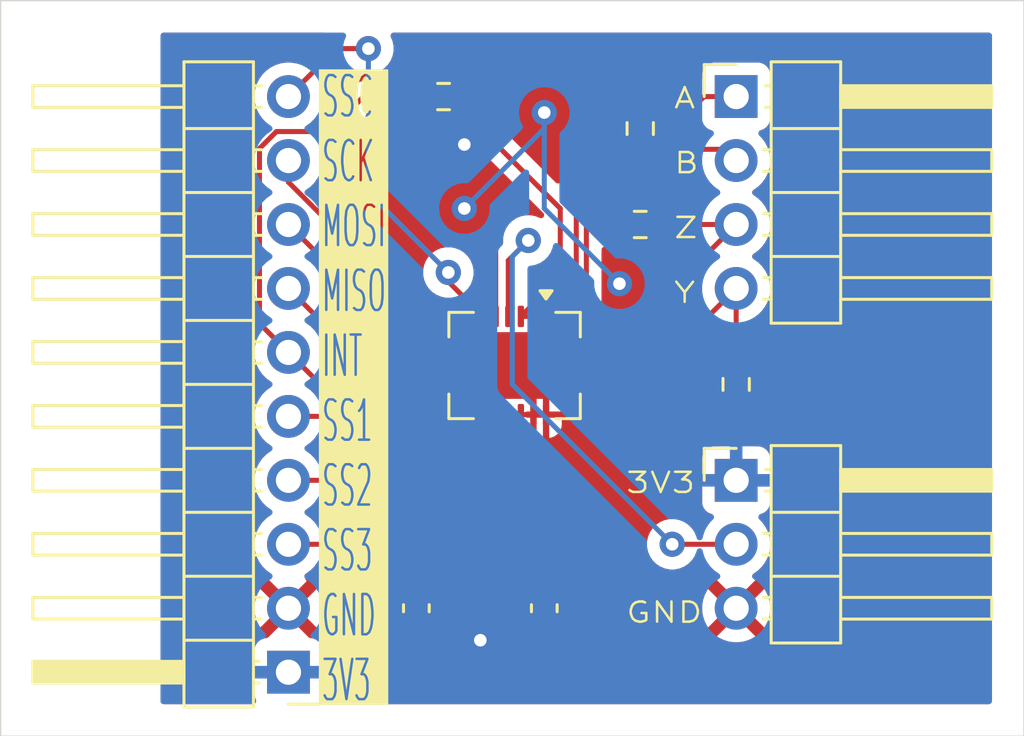
<source format=kicad_pcb>
(kicad_pcb (version 20241229) (generator "pcbnew") (generator_version "9.0")
  (layers (0 "F.Cu" signal) (2 "B.Cu" signal) (13 "F.Paste" user) (15 "B.Paste" user) (5 "F.SilkS" user "F.Silkscreen") (7 "B.SilkS" user "B.Silkscreen") (1 "F.Mask" user) (3 "B.Mask" user) (25 "Edge.Cuts" user))
  (net 0 "")
  (net 1 "GND")
  (net 2 "+3V3")
  (net 3 "REMOTE")
  (net 4 "SSC")
  (net 5 "MISO")
  (net 6 "SCK")
  (net 7 "INT")
  (net 8 "SS1")
  (net 9 "SS3")
  (net 10 "SS2")
  (net 11 "MOSI")
  (net 12 "Y")
  (net 13 "A")
  (net 14 "B")
  (net 15 "Z")
  (footprint "Connector_PinHeader_2.54mm:PinHeader_1x10_P2.54mm_Horizontal" (layer "F.Cu") (at 99.06 50.8 180)
    (property "Reference" "J2" (hide yes))
    (property "Value" "Conn_01x10_Pin" (hide yes))
    (fp_line (start 10.15 23.29) (end 4.15 23.29) (stroke (width 0.12)) (layer "F.SilkS"))
    (fp_line (start 10.15 22.43) (end 10.15 23.29) (stroke (width 0.12)) (layer "F.SilkS"))
    (fp_line (start 10.15 20.75) (end 4.15 20.75) (stroke (width 0.12)) (layer "F.SilkS"))
    (fp_line (start 10.15 19.89) (end 10.15 20.75) (stroke (width 0.12)) (layer "F.SilkS"))
    (fp_line (start 10.15 18.21) (end 4.15 18.21) (stroke (width 0.12)) (layer "F.SilkS"))
    (fp_line (start 10.15 17.35) (end 10.15 18.21) (stroke (width 0.12)) (layer "F.SilkS"))
    (fp_line (start 10.15 15.67) (end 4.15 15.67) (stroke (width 0.12)) (layer "F.SilkS"))
    (fp_line (start 10.15 14.81) (end 10.15 15.67) (stroke (width 0.12)) (layer "F.SilkS"))
    (fp_line (start 10.15 13.13) (end 4.15 13.13) (stroke (width 0.12)) (layer "F.SilkS"))
    (fp_line (start 10.15 12.27) (end 10.15 13.13) (stroke (width 0.12)) (layer "F.SilkS"))
    (fp_line (start 10.15 10.59) (end 4.15 10.59) (stroke (width 0.12)) (layer "F.SilkS"))
    (fp_line (start 10.15 9.73) (end 10.15 10.59) (stroke (width 0.12)) (layer "F.SilkS"))
    (fp_line (start 10.15 8.05) (end 4.15 8.05) (stroke (width 0.12)) (layer "F.SilkS"))
    (fp_line (start 10.15 7.19) (end 10.15 8.05) (stroke (width 0.12)) (layer "F.SilkS"))
    (fp_line (start 10.15 5.51) (end 4.15 5.51) (stroke (width 0.12)) (layer "F.SilkS"))
    (fp_line (start 10.15 4.65) (end 10.15 5.51) (stroke (width 0.12)) (layer "F.SilkS"))
    (fp_line (start 10.15 2.97) (end 4.15 2.97) (stroke (width 0.12)) (layer "F.SilkS"))
    (fp_line (start 10.15 2.11) (end 10.15 2.97) (stroke (width 0.12)) (layer "F.SilkS"))
    (fp_line (start 4.15 24.24) (end 4.15 -1.38) (stroke (width 0.12)) (layer "F.SilkS"))
    (fp_line (start 4.15 22.43) (end 10.15 22.43) (stroke (width 0.12)) (layer "F.SilkS"))
    (fp_line (start 4.15 19.89) (end 10.15 19.89) (stroke (width 0.12)) (layer "F.SilkS"))
    (fp_line (start 4.15 17.35) (end 10.15 17.35) (stroke (width 0.12)) (layer "F.SilkS"))
    (fp_line (start 4.15 14.81) (end 10.15 14.81) (stroke (width 0.12)) (layer "F.SilkS"))
    (fp_line (start 4.15 12.27) (end 10.15 12.27) (stroke (width 0.12)) (layer "F.SilkS"))
    (fp_line (start 4.15 9.73) (end 10.15 9.73) (stroke (width 0.12)) (layer "F.SilkS"))
    (fp_line (start 4.15 7.19) (end 10.15 7.19) (stroke (width 0.12)) (layer "F.SilkS"))
    (fp_line (start 4.15 4.65) (end 10.15 4.65) (stroke (width 0.12)) (layer "F.SilkS"))
    (fp_line (start 4.15 2.11) (end 10.15 2.11) (stroke (width 0.12)) (layer "F.SilkS"))
    (fp_line (start 4.15 -1.38) (end 1.39 -1.38) (stroke (width 0.12)) (layer "F.SilkS"))
    (fp_line (start 1.39 24.24) (end 4.15 24.24) (stroke (width 0.12)) (layer "F.SilkS"))
    (fp_line (start 1.39 21.59) (end 4.15 21.59) (stroke (width 0.12)) (layer "F.SilkS"))
    (fp_line (start 1.39 19.05) (end 4.15 19.05) (stroke (width 0.12)) (layer "F.SilkS"))
    (fp_line (start 1.39 16.51) (end 4.15 16.51) (stroke (width 0.12)) (layer "F.SilkS"))
    (fp_line (start 1.39 13.97) (end 4.15 13.97) (stroke (width 0.12)) (layer "F.SilkS"))
    (fp_line (start 1.39 11.43) (end 4.15 11.43) (stroke (width 0.12)) (layer "F.SilkS"))
    (fp_line (start 1.39 8.89) (end 4.15 8.89) (stroke (width 0.12)) (layer "F.SilkS"))
    (fp_line (start 1.39 6.35) (end 4.15 6.35) (stroke (width 0.12)) (layer "F.SilkS"))
    (fp_line (start 1.39 3.81) (end 4.15 3.81) (stroke (width 0.12)) (layer "F.SilkS"))
    (fp_line (start 1.39 1.27) (end 4.15 1.27) (stroke (width 0.12)) (layer "F.SilkS"))
    (fp_line (start 1.39 -1.38) (end 1.39 24.24) (stroke (width 0.12)) (layer "F.SilkS"))
    (fp_line (start 1.16 0.43) (end 1.39 0.43) (stroke (width 0.12)) (layer "F.SilkS"))
    (fp_line (start 1.16 -0.43) (end 1.39 -0.43) (stroke (width 0.12)) (layer "F.SilkS"))
    (fp_line (start 1.077358 23.29) (end 1.39 23.29) (stroke (width 0.12)) (layer "F.SilkS"))
    (fp_line (start 1.077358 22.43) (end 1.39 22.43) (stroke (width 0.12)) (layer "F.SilkS"))
    (fp_line (start 1.077358 20.75) (end 1.39 20.75) (stroke (width 0.12)) (layer "F.SilkS"))
    (fp_line (start 1.077358 19.89) (end 1.39 19.89) (stroke (width 0.12)) (layer "F.SilkS"))
    (fp_line (start 1.077358 18.21) (end 1.39 18.21) (stroke (width 0.12)) (layer "F.SilkS"))
    (fp_line (start 1.077358 17.35) (end 1.39 17.35) (stroke (width 0.12)) (layer "F.SilkS"))
    (fp_line (start 1.077358 15.67) (end 1.39 15.67) (stroke (width 0.12)) (layer "F.SilkS"))
    (fp_line (start 1.077358 14.81) (end 1.39 14.81) (stroke (width 0.12)) (layer "F.SilkS"))
    (fp_line (start 1.077358 13.13) (end 1.39 13.13) (stroke (width 0.12)) (layer "F.SilkS"))
    (fp_line (start 1.077358 12.27) (end 1.39 12.27) (stroke (width 0.12)) (layer "F.SilkS"))
    (fp_line (start 1.077358 10.59) (end 1.39 10.59) (stroke (width 0.12)) (layer "F.SilkS"))
    (fp_line (start 1.077358 9.73) (end 1.39 9.73) (stroke (width 0.12)) (layer "F.SilkS"))
    (fp_line (start 1.077358 8.05) (end 1.39 8.05) (stroke (width 0.12)) (layer "F.SilkS"))
    (fp_line (start 1.077358 7.19) (end 1.39 7.19) (stroke (width 0.12)) (layer "F.SilkS"))
    (fp_line (start 1.077358 5.51) (end 1.39 5.51) (stroke (width 0.12)) (layer "F.SilkS"))
    (fp_line (start 1.077358 4.65) (end 1.39 4.65) (stroke (width 0.12)) (layer "F.SilkS"))
    (fp_line (start 1.077358 2.97) (end 1.39 2.97) (stroke (width 0.12)) (layer "F.SilkS"))
    (fp_line (start 1.077358 2.11) (end 1.39 2.11) (stroke (width 0.12)) (layer "F.SilkS"))
    (fp_line (start -1.27 0) (end -1.27 -1.27) (stroke (width 0.12)) (layer "F.SilkS"))
    (fp_line (start -1.27 -1.27) (end 0 -1.27) (stroke (width 0.12)) (layer "F.SilkS"))
    (fp_rect (start 4.15 -0.43) (end 10.15 0.43) (stroke (width 0.12)) (fill yes) (layer "F.SilkS"))
    (pad "1" thru_hole rect (at 0 0 180) (size 1.7 1.7) (drill 1) (layers "*.Cu" "*.Mask") (net 2 "+3V3"))
    (pad "2" thru_hole circle (at 0 2.54 180) (size 1.7 1.7) (drill 1) (layers "*.Cu" "*.Mask") (net 1 "GND"))
    (pad "3" thru_hole circle (at 0 5.08 180) (size 1.7 1.7) (drill 1) (layers "*.Cu" "*.Mask") (net 9 "SS3"))
    (pad "4" thru_hole circle (at 0 7.62 180) (size 1.7 1.7) (drill 1) (layers "*.Cu" "*.Mask") (net 10 "SS2"))
    (pad "5" thru_hole circle (at 0 10.16 180) (size 1.7 1.7) (drill 1) (layers "*.Cu" "*.Mask") (net 8 "SS1"))
    (pad "6" thru_hole circle (at 0 12.7 180) (size 1.7 1.7) (drill 1) (layers "*.Cu" "*.Mask") (net 7 "INT"))
    (pad "7" thru_hole circle (at 0 15.24 180) (size 1.7 1.7) (drill 1) (layers "*.Cu" "*.Mask") (net 5 "MISO"))
    (pad "8" thru_hole circle (at 0 17.78 180) (size 1.7 1.7) (drill 1) (layers "*.Cu" "*.Mask") (net 11 "MOSI"))
    (pad "9" thru_hole circle (at 0 20.32 180) (size 1.7 1.7) (drill 1) (layers "*.Cu" "*.Mask") (net 6 "SCK"))
    (pad "10" thru_hole circle (at 0 22.86 180) (size 1.7 1.7) (drill 1) (layers "*.Cu" "*.Mask") (net 4 "SSC"))
  )
  (footprint "Resistor_SMD:R_0603_1608Metric" (layer "F.Cu") (at 113.03 29.21 -90)
    (property "Reference" "R4" (hide yes))
    (property "Value" "110")
    (fp_line (start -0.237258 0.5225) (end 0.237258 0.5225) (stroke (width 0.12)) (layer "F.SilkS"))
    (fp_line (start -0.237258 -0.5225) (end 0.237258 -0.5225) (stroke (width 0.12)) (layer "F.SilkS"))
    (pad "1" smd roundrect (at -0.825 0 270) (size 0.8 0.95) (layers "F.Cu" "F.Mask" "F.Paste") (net 13 "A"))
    (pad "2" smd roundrect (at 0.825 0 270) (size 0.8 0.95) (layers "F.Cu" "F.Mask" "F.Paste") (net 14 "B"))
  )
  (footprint "Resistor_SMD:R_0603_1608Metric" (layer "F.Cu") (at 105.22 27.94 180)
    (property "Reference" "R1" (hide yes))
    (property "Value" "10k")
    (fp_line (start -0.237258 0.5225) (end 0.237258 0.5225) (stroke (width 0.12)) (layer "F.SilkS"))
    (fp_line (start -0.237258 -0.5225) (end 0.237258 -0.5225) (stroke (width 0.12)) (layer "F.SilkS"))
    (pad "1" smd roundrect (at -0.825 0 180) (size 0.8 0.95) (layers "F.Cu" "F.Mask" "F.Paste") (net 2 "+3V3"))
    (pad "2" smd roundrect (at 0.825 0 180) (size 0.8 0.95) (layers "F.Cu" "F.Mask" "F.Paste") (net 7 "INT"))
  )
  (footprint "Package_DFN_QFN:QFN-20-1EP_4x5mm_P0.5mm_EP2.65x3.65mm" (layer "F.Cu") (at 108.04 38.62 -90)
    (property "Reference" "U1" (hide yes))
    (property "Value" "~")
    (fp_line (start -2.11 2.61) (end -2.11 1.635) (stroke (width 0.12)) (layer "F.SilkS"))
    (fp_line (start -1.135 2.61) (end -2.11 2.61) (stroke (width 0.12)) (layer "F.SilkS"))
    (fp_line (start 2.11 2.61) (end 1.135 2.61) (stroke (width 0.12)) (layer "F.SilkS"))
    (fp_line (start 2.11 1.635) (end 2.11 2.61) (stroke (width 0.12)) (layer "F.SilkS"))
    (fp_line (start -2.11 -1.635) (end -2.11 -2.61) (stroke (width 0.12)) (layer "F.SilkS"))
    (fp_line (start -2.11 -2.61) (end -1.135 -2.61) (stroke (width 0.12)) (layer "F.SilkS"))
    (fp_line (start 1.135 -2.61) (end 2.11 -2.61) (stroke (width 0.12)) (layer "F.SilkS"))
    (fp_line (start 2.11 -2.61) (end 2.11 -1.635) (stroke (width 0.12)) (layer "F.SilkS"))
    (fp_poly (pts (xy -2.64 -1.25) (xy -2.97 -1.01) (xy -2.97 -1.49)) (stroke (width 0.12)) (fill yes) (layer "F.SilkS"))
    (pad "1" smd roundrect (at -1.95 -1.25 270) (size 0.85 0.25) (layers "F.Cu" "F.Mask" "F.Paste") (net 2 "+3V3"))
    (pad "2" smd roundrect (at -1.95 -0.75 270) (size 0.85 0.25) (layers "F.Cu" "F.Mask" "F.Paste") (net 2 "+3V3"))
    (pad "3" smd roundrect (at -1.95 -0.25 270) (size 0.85 0.25) (layers "F.Cu" "F.Mask" "F.Paste") (net 2 "+3V3"))
    (pad "4" smd roundrect (at -1.95 0.25 270) (size 0.85 0.25) (layers "F.Cu" "F.Mask" "F.Paste") (net 3 "REMOTE"))
    (pad "5" smd roundrect (at -1.95 0.75 270) (size 0.85 0.25) (layers "F.Cu" "F.Mask" "F.Paste") (net 1 "GND"))
    (pad "6" smd roundrect (at -1.95 1.25 270) (size 0.85 0.25) (layers "F.Cu" "F.Mask" "F.Paste") (net 4 "SSC"))
    (pad "7" smd roundrect (at -0.75 2.45 270) (size 0.25 0.85) (layers "F.Cu" "F.Mask" "F.Paste") (net 6 "SCK"))
    (pad "8" smd roundrect (at -0.25 2.45 270) (size 0.25 0.85) (layers "F.Cu" "F.Mask" "F.Paste") (net 11 "MOSI"))
    (pad "9" smd roundrect (at 0.25 2.45 270) (size 0.25 0.85) (layers "F.Cu" "F.Mask" "F.Paste") (net 5 "MISO"))
    (pad "10" smd roundrect (at 0.75 2.45 270) (size 0.25 0.85) (layers "F.Cu" "F.Mask" "F.Paste") (net 7 "INT"))
    (pad "11" smd roundrect (at 1.95 1.25 270) (size 0.85 0.25) (layers "F.Cu" "F.Mask" "F.Paste") (net 8 "SS1"))
    (pad "12" smd roundrect (at 1.95 0.75 270) (size 0.85 0.25) (layers "F.Cu" "F.Mask" "F.Paste") (net 10 "SS2"))
    (pad "13" smd roundrect (at 1.95 0.25 270) (size 0.85 0.25) (layers "F.Cu" "F.Mask" "F.Paste") (net 9 "SS3"))
    (pad "14" smd roundrect (at 1.95 -0.25 270) (size 0.85 0.25) (layers "F.Cu" "F.Mask" "F.Paste") (net 1 "GND"))
    (pad "15" smd roundrect (at 1.95 -0.75 270) (size 0.85 0.25) (layers "F.Cu" "F.Mask" "F.Paste") (net 1 "GND"))
    (pad "16" smd roundrect (at 1.95 -1.25 270) (size 0.85 0.25) (layers "F.Cu" "F.Mask" "F.Paste") (net 1 "GND"))
    (pad "17" smd roundrect (at 0.75 -2.45 270) (size 0.25 0.85) (layers "F.Cu" "F.Mask" "F.Paste") (net 12 "Y"))
    (pad "18" smd roundrect (at 0.25 -2.45 270) (size 0.25 0.85) (layers "F.Cu" "F.Mask" "F.Paste") (net 15 "Z"))
    (pad "19" smd roundrect (at -0.25 -2.45 270) (size 0.25 0.85) (layers "F.Cu" "F.Mask" "F.Paste") (net 14 "B"))
    (pad "20" smd roundrect (at -0.75 -2.45 270) (size 0.25 0.85) (layers "F.Cu" "F.Mask" "F.Paste") (net 13 "A"))
    (pad "21" smd rect (at 0 0 270) (size 2.65 3.65) (property pad_prop_heatsink) (layers "F.Cu" "F.Mask") (net 1 "GND"))
  )
  (footprint "Resistor_SMD:R_0603_1608Metric" (layer "F.Cu") (at 113.03 33.02 180)
    (property "Reference" "R3" (hide yes))
    (property "Value" "620")
    (fp_line (start -0.237258 0.5225) (end 0.237258 0.5225) (stroke (width 0.12)) (layer "F.SilkS"))
    (fp_line (start -0.237258 -0.5225) (end 0.237258 -0.5225) (stroke (width 0.12)) (layer "F.SilkS"))
    (pad "1" smd roundrect (at -0.825 0 180) (size 0.8 0.95) (layers "F.Cu" "F.Mask" "F.Paste") (net 15 "Z"))
    (pad "2" smd roundrect (at 0.825 0 180) (size 0.8 0.95) (layers "F.Cu" "F.Mask" "F.Paste") (net 1 "GND"))
  )
  (footprint "Capacitor_SMD:C_0603_1608Metric" (layer "F.Cu") (at 109.22 48.26 90)
    (property "Reference" "C2" (hide yes))
    (property "Value" "4u7")
    (fp_line (start -0.14058 -0.51) (end 0.14058 -0.51) (stroke (width 0.12)) (layer "F.SilkS"))
    (fp_line (start -0.14058 0.51) (end 0.14058 0.51) (stroke (width 0.12)) (layer "F.SilkS"))
    (pad "1" smd roundrect (at -0.775 0 90) (size 0.9 0.95) (layers "F.Cu" "F.Mask" "F.Paste") (net 2 "+3V3"))
    (pad "2" smd roundrect (at 0.775 0 90) (size 0.9 0.95) (layers "F.Cu" "F.Mask" "F.Paste") (net 1 "GND"))
  )
  (footprint "Connector_PinHeader_2.54mm:PinHeader_1x04_P2.54mm_Horizontal" (layer "F.Cu") (at 116.84 27.94)
    (property "Reference" "J3" (hide yes))
    (property "Value" "Conn_01x04_Pin" (hide yes))
    (fp_line (start -1.27 -1.27) (end 0 -1.27) (stroke (width 0.12)) (layer "F.SilkS"))
    (fp_line (start -1.27 0) (end -1.27 -1.27) (stroke (width 0.12)) (layer "F.SilkS"))
    (fp_line (start 1.077358 2.11) (end 1.39 2.11) (stroke (width 0.12)) (layer "F.SilkS"))
    (fp_line (start 1.077358 2.97) (end 1.39 2.97) (stroke (width 0.12)) (layer "F.SilkS"))
    (fp_line (start 1.077358 4.65) (end 1.39 4.65) (stroke (width 0.12)) (layer "F.SilkS"))
    (fp_line (start 1.077358 5.51) (end 1.39 5.51) (stroke (width 0.12)) (layer "F.SilkS"))
    (fp_line (start 1.077358 7.19) (end 1.39 7.19) (stroke (width 0.12)) (layer "F.SilkS"))
    (fp_line (start 1.077358 8.05) (end 1.39 8.05) (stroke (width 0.12)) (layer "F.SilkS"))
    (fp_line (start 1.16 -0.43) (end 1.39 -0.43) (stroke (width 0.12)) (layer "F.SilkS"))
    (fp_line (start 1.16 0.43) (end 1.39 0.43) (stroke (width 0.12)) (layer "F.SilkS"))
    (fp_line (start 1.39 -1.38) (end 1.39 9) (stroke (width 0.12)) (layer "F.SilkS"))
    (fp_line (start 1.39 1.27) (end 4.15 1.27) (stroke (width 0.12)) (layer "F.SilkS"))
    (fp_line (start 1.39 3.81) (end 4.15 3.81) (stroke (width 0.12)) (layer "F.SilkS"))
    (fp_line (start 1.39 6.35) (end 4.15 6.35) (stroke (width 0.12)) (layer "F.SilkS"))
    (fp_line (start 1.39 9) (end 4.15 9) (stroke (width 0.12)) (layer "F.SilkS"))
    (fp_line (start 4.15 -1.38) (end 1.39 -1.38) (stroke (width 0.12)) (layer "F.SilkS"))
    (fp_line (start 4.15 2.11) (end 10.15 2.11) (stroke (width 0.12)) (layer "F.SilkS"))
    (fp_line (start 4.15 4.65) (end 10.15 4.65) (stroke (width 0.12)) (layer "F.SilkS"))
    (fp_line (start 4.15 7.19) (end 10.15 7.19) (stroke (width 0.12)) (layer "F.SilkS"))
    (fp_line (start 4.15 9) (end 4.15 -1.38) (stroke (width 0.12)) (layer "F.SilkS"))
    (fp_line (start 10.15 2.11) (end 10.15 2.97) (stroke (width 0.12)) (layer "F.SilkS"))
    (fp_line (start 10.15 2.97) (end 4.15 2.97) (stroke (width 0.12)) (layer "F.SilkS"))
    (fp_line (start 10.15 4.65) (end 10.15 5.51) (stroke (width 0.12)) (layer "F.SilkS"))
    (fp_line (start 10.15 5.51) (end 4.15 5.51) (stroke (width 0.12)) (layer "F.SilkS"))
    (fp_line (start 10.15 7.19) (end 10.15 8.05) (stroke (width 0.12)) (layer "F.SilkS"))
    (fp_line (start 10.15 8.05) (end 4.15 8.05) (stroke (width 0.12)) (layer "F.SilkS"))
    (fp_rect (start 4.15 -0.43) (end 10.15 0.43) (stroke (width 0.12)) (fill yes) (layer "F.SilkS"))
    (pad "1" thru_hole rect (at 0 0) (size 1.7 1.7) (drill 1) (layers "*.Cu" "*.Mask") (net 13 "A"))
    (pad "2" thru_hole circle (at 0 2.54) (size 1.7 1.7) (drill 1) (layers "*.Cu" "*.Mask") (net 14 "B"))
    (pad "3" thru_hole circle (at 0 5.08) (size 1.7 1.7) (drill 1) (layers "*.Cu" "*.Mask") (net 15 "Z"))
    (pad "4" thru_hole circle (at 0 7.62) (size 1.7 1.7) (drill 1) (layers "*.Cu" "*.Mask") (net 12 "Y"))
  )
  (footprint "Resistor_SMD:R_0603_1608Metric" (layer "F.Cu") (at 116.84 39.37 90)
    (property "Reference" "R2" (hide yes))
    (property "Value" "620")
    (fp_line (start -0.237258 -0.5225) (end 0.237258 -0.5225) (stroke (width 0.12)) (layer "F.SilkS"))
    (fp_line (start -0.237258 0.5225) (end 0.237258 0.5225) (stroke (width 0.12)) (layer "F.SilkS"))
    (pad "1" smd roundrect (at -0.825 0 90) (size 0.8 0.95) (layers "F.Cu" "F.Mask" "F.Paste") (net 2 "+3V3"))
    (pad "2" smd roundrect (at 0.825 0 90) (size 0.8 0.95) (layers "F.Cu" "F.Mask" "F.Paste") (net 12 "Y"))
  )
  (footprint "Connector_PinHeader_2.54mm:PinHeader_1x03_P2.54mm_Horizontal" (layer "F.Cu") (at 116.84 43.18)
    (property "Reference" "J1" (hide yes))
    (property "Value" "Conn_01x03_Pin" (hide yes))
    (fp_line (start -1.27 -1.27) (end 0 -1.27) (stroke (width 0.12)) (layer "F.SilkS"))
    (fp_line (start -1.27 0) (end -1.27 -1.27) (stroke (width 0.12)) (layer "F.SilkS"))
    (fp_line (start 1.077358 2.11) (end 1.39 2.11) (stroke (width 0.12)) (layer "F.SilkS"))
    (fp_line (start 1.077358 2.97) (end 1.39 2.97) (stroke (width 0.12)) (layer "F.SilkS"))
    (fp_line (start 1.077358 4.65) (end 1.39 4.65) (stroke (width 0.12)) (layer "F.SilkS"))
    (fp_line (start 1.077358 5.51) (end 1.39 5.51) (stroke (width 0.12)) (layer "F.SilkS"))
    (fp_line (start 1.16 -0.43) (end 1.39 -0.43) (stroke (width 0.12)) (layer "F.SilkS"))
    (fp_line (start 1.16 0.43) (end 1.39 0.43) (stroke (width 0.12)) (layer "F.SilkS"))
    (fp_line (start 1.39 -1.38) (end 1.39 6.46) (stroke (width 0.12)) (layer "F.SilkS"))
    (fp_line (start 1.39 1.27) (end 4.15 1.27) (stroke (width 0.12)) (layer "F.SilkS"))
    (fp_line (start 1.39 3.81) (end 4.15 3.81) (stroke (width 0.12)) (layer "F.SilkS"))
    (fp_line (start 1.39 6.46) (end 4.15 6.46) (stroke (width 0.12)) (layer "F.SilkS"))
    (fp_line (start 4.15 -1.38) (end 1.39 -1.38) (stroke (width 0.12)) (layer "F.SilkS"))
    (fp_line (start 4.15 2.11) (end 10.15 2.11) (stroke (width 0.12)) (layer "F.SilkS"))
    (fp_line (start 4.15 4.65) (end 10.15 4.65) (stroke (width 0.12)) (layer "F.SilkS"))
    (fp_line (start 4.15 6.46) (end 4.15 -1.38) (stroke (width 0.12)) (layer "F.SilkS"))
    (fp_line (start 10.15 2.11) (end 10.15 2.97) (stroke (width 0.12)) (layer "F.SilkS"))
    (fp_line (start 10.15 2.97) (end 4.15 2.97) (stroke (width 0.12)) (layer "F.SilkS"))
    (fp_line (start 10.15 4.65) (end 10.15 5.51) (stroke (width 0.12)) (layer "F.SilkS"))
    (fp_line (start 10.15 5.51) (end 4.15 5.51) (stroke (width 0.12)) (layer "F.SilkS"))
    (fp_rect (start 4.15 -0.43) (end 10.15 0.43) (stroke (width 0.12)) (fill yes) (layer "F.SilkS"))
    (pad "1" thru_hole rect (at 0 0) (size 1.7 1.7) (drill 1) (layers "*.Cu" "*.Mask") (net 2 "+3V3"))
    (pad "2" thru_hole circle (at 0 2.54) (size 1.7 1.7) (drill 1) (layers "*.Cu" "*.Mask") (net 3 "REMOTE"))
    (pad "3" thru_hole circle (at 0 5.08) (size 1.7 1.7) (drill 1) (layers "*.Cu" "*.Mask") (net 1 "GND"))
  )
  (footprint "Capacitor_SMD:C_0603_1608Metric" (layer "F.Cu") (at 104.14 48.26 90)
    (property "Reference" "C1" (hide yes))
    (property "Value" "1u")
    (fp_line (start -0.14058 -0.51) (end 0.14058 -0.51) (stroke (width 0.12)) (layer "F.SilkS"))
    (fp_line (start -0.14058 0.51) (end 0.14058 0.51) (stroke (width 0.12)) (layer "F.SilkS"))
    (pad "1" smd roundrect (at -0.775 0 90) (size 0.9 0.95) (layers "F.Cu" "F.Mask" "F.Paste") (net 2 "+3V3"))
    (pad "2" smd roundrect (at 0.775 0 90) (size 0.9 0.95) (layers "F.Cu" "F.Mask" "F.Paste") (net 1 "GND"))
  )
  (gr_rect (start 87.63 24.13) (end 128.27 53.34) (stroke (width 0.05)) (fill no) (layer "Edge.Cuts"))
  (gr_text "SSC\nSCK\nMOSI\nMISO\nINT\nSS1\nSS2\nSS3\nGND\n3V3" (at 100.33 52.07 0) (layer "F.SilkS" knockout) (effects (font (size 1.6 0.7) (thickness 0.1)) (justify left bottom)))
  (gr_text "3V3\n\n\n\nGND" (at 112.395 48.895 0) (layer "F.SilkS") (effects (font (size 0.8 1) (thickness 0.1)) (justify left bottom)))
  (gr_text "A\n\nB\n\nZ\n\nY\n" (at 114.3 36.195 0) (layer "F.SilkS") (effects (font (size 0.8 1) (thickness 0.1)) (justify left bottom)))
  (segment (start 109.29 40.57) (end 108.79 40.57) (width 0.2) (layer "F.Cu") (net 1))
  (segment (start 107.29 33.63) (end 107.29 36.67) (width 0.2) (layer "F.Cu") (net 1))
  (segment (start 112.205 33.02) (end 112.205 35.37) (width 0.2) (layer "F.Cu") (net 1))
  (segment (start 106.045 32.385) (end 107.29 33.63) (width 0.2) (layer "F.Cu") (net 1))
  (segment (start 108.79 40.57) (end 108.29 40.57) (width 0.2) (layer "F.Cu") (net 1))
  (via (at 112.205 35.37) (size 1) (drill 0.5) (layers "F.Cu" "B.Cu") (net 1))
  (via (at 106.045 32.385) (size 1) (drill 0.5) (layers "F.Cu" "B.Cu") (net 1))
  (via (at 109.22 28.575) (size 1) (drill 0.5) (layers "F.Cu" "B.Cu") (net 1))
  (segment (start 112.205 35.37) (end 109.22 32.385) (width 0.2) (layer "B.Cu") (net 1))
  (segment (start 109.22 29.21) (end 106.045 32.385) (width 0.2) (layer "B.Cu") (net 1))
  (segment (start 109.22 32.385) (end 109.22 28.575) (width 0.2) (layer "B.Cu") (net 1))
  (segment (start 109.22 29.21) (end 109.22 28.575) (width 0.2) (layer "B.Cu") (net 1))
  (segment (start 106.185 49.035) (end 104.14 49.035) (width 0.2) (layer "F.Cu") (net 2))
  (segment (start 108.29 36.67) (end 108.79 36.67) (width 0.2) (layer "F.Cu") (net 2))
  (segment (start 106.045 29.845) (end 107.315 29.845) (width 0.2) (layer "F.Cu") (net 2))
  (segment (start 109.855 35.105) (end 108.29 36.67) (width 0.2) (layer "F.Cu") (net 2))
  (segment (start 107.315 29.845) (end 109.855 32.385) (width 0.2) (layer "F.Cu") (net 2))
  (segment (start 106.045 29.845) (end 106.045 27.94) (width 0.2) (layer "F.Cu") (net 2))
  (segment (start 109.855 32.385) (end 109.855 35.105) (width 0.2) (layer "F.Cu") (net 2))
  (segment (start 116.84 40.195) (end 116.84 43.18) (width 0.2) (layer "F.Cu") (net 2))
  (segment (start 106.68 49.53) (end 106.185 49.035) (width 0.2) (layer "F.Cu") (net 2))
  (segment (start 108.79 36.67) (end 109.29 36.67) (width 0.2) (layer "F.Cu") (net 2))
  (segment (start 106.68 49.53) (end 107.175 49.035) (width 0.2) (layer "F.Cu") (net 2))
  (segment (start 107.175 49.035) (end 109.22 49.035) (width 0.2) (layer "F.Cu") (net 2))
  (via (at 106.045 29.845) (size 1) (drill 0.5) (layers "F.Cu" "B.Cu") (net 2))
  (via (at 106.68 49.53) (size 1) (drill 0.5) (layers "F.Cu" "B.Cu") (net 2))
  (segment (start 108.585 33.655) (end 107.79 34.45) (width 0.2) (layer "F.Cu") (net 3))
  (segment (start 116.84 45.72) (end 114.3 45.72) (width 0.2) (layer "F.Cu") (net 3))
  (segment (start 107.79 34.45) (end 107.79 36.67) (width 0.2) (layer "F.Cu") (net 3))
  (via (at 114.3 45.72) (size 1) (drill 0.5) (layers "F.Cu" "B.Cu") (net 3))
  (via (at 108.585 33.655) (size 1) (drill 0.5) (layers "F.Cu" "B.Cu") (net 3))
  (segment (start 108.585 33.655) (end 107.95 34.29) (width 0.2) (layer "B.Cu") (net 3))
  (segment (start 107.95 39.37) (end 114.3 45.72) (width 0.2) (layer "B.Cu") (net 3))
  (segment (start 107.95 34.29) (end 107.95 39.37) (width 0.2) (layer "B.Cu") (net 3))
  (segment (start 105.41 35.29) (end 106.79 36.67) (width 0.2) (layer "F.Cu") (net 4))
  (segment (start 100.965 26.035) (end 102.235 26.035) (width 0.2) (layer "F.Cu") (net 4))
  (segment (start 105.41 34.925) (end 105.41 35.29) (width 0.2) (layer "F.Cu") (net 4))
  (segment (start 99.06 27.94) (end 100.965 26.035) (width 0.2) (layer "F.Cu") (net 4))
  (via (at 102.235 26.035) (size 1) (drill 0.5) (layers "F.Cu" "B.Cu") (net 4))
  (via (at 105.41 34.925) (size 1) (drill 0.5) (layers "F.Cu" "B.Cu") (net 4))
  (segment (start 102.235 26.035) (end 102.235 31.75) (width 0.2) (layer "B.Cu") (net 4))
  (segment (start 102.235 31.75) (end 105.41 34.925) (width 0.2) (layer "B.Cu") (net 4))
  (segment (start 102.37 38.87) (end 105.59 38.87) (width 0.2) (layer "F.Cu") (net 5))
  (segment (start 99.06 35.56) (end 102.37 38.87) (width 0.2) (layer "F.Cu") (net 5))
  (segment (start 99.06 31.34) (end 105.59 37.87) (width 0.2) (layer "F.Cu") (net 6))
  (segment (start 99.06 30.48) (end 99.06 31.34) (width 0.2) (layer "F.Cu") (net 6))
  (segment (start 102.045 27.94) (end 100.656 29.329) (width 0.2) (layer "F.Cu") (net 7))
  (segment (start 99.06 38.1) (end 100.33 39.37) (width 0.2) (layer "F.Cu") (net 7))
  (segment (start 104.395 27.94) (end 102.045 27.94) (width 0.2) (layer "F.Cu") (net 7))
  (segment (start 97.909 36.949) (end 99.06 38.1) (width 0.2) (layer "F.Cu") (net 7))
  (segment (start 98.58324 29.329) (end 97.909 30.00324) (width 0.2) (layer "F.Cu") (net 7))
  (segment (start 97.909 30.00324) (end 97.909 36.949) (width 0.2) (layer "F.Cu") (net 7))
  (segment (start 100.656 29.329) (end 98.58324 29.329) (width 0.2) (layer "F.Cu") (net 7))
  (segment (start 100.33 39.37) (end 105.59 39.37) (width 0.2) (layer "F.Cu") (net 7))
  (segment (start 99.06 40.64) (end 106.72 40.64) (width 0.2) (layer "F.Cu") (net 8))
  (segment (start 106.72 40.64) (end 106.79 40.57) (width 0.2) (layer "F.Cu") (net 8))
  (segment (start 103.147898 45.72) (end 107.79 41.077898) (width 0.2) (layer "F.Cu") (net 9))
  (segment (start 107.79 41.077898) (end 107.79 40.57) (width 0.2) (layer "F.Cu") (net 9))
  (segment (start 99.06 45.72) (end 103.147898 45.72) (width 0.2) (layer "F.Cu") (net 9))
  (segment (start 99.06 43.18) (end 105.120798 43.18) (width 0.2) (layer "F.Cu") (net 10))
  (segment (start 105.120798 43.18) (end 107.29 41.010798) (width 0.2) (layer "F.Cu") (net 10))
  (segment (start 107.29 41.010798) (end 107.29 40.57) (width 0.2) (layer "F.Cu") (net 10))
  (segment (start 104.41 38.37) (end 105.59 38.37) (width 0.2) (layer "F.Cu") (net 11))
  (segment (start 99.06 33.02) (end 104.41 38.37) (width 0.2) (layer "F.Cu") (net 11))
  (segment (start 116.84 35.56) (end 113.03 39.37) (width 0.2) (layer "F.Cu") (net 12))
  (segment (start 116.84 38.545) (end 116.84 35.56) (width 0.2) (layer "F.Cu") (net 12))
  (segment (start 113.03 39.37) (end 110.49 39.37) (width 0.2) (layer "F.Cu") (net 12))
  (segment (start 115.125 28.385) (end 113.03 28.385) (width 0.2) (layer "F.Cu") (net 13))
  (segment (start 116.84 27.94) (end 115.57 27.94) (width 0.2) (layer "F.Cu") (net 13))
  (segment (start 110.49 37.87) (end 110.49 30.925) (width 0.2) (layer "F.Cu") (net 13))
  (segment (start 115.57 27.94) (end 115.125 28.385) (width 0.2) (layer "F.Cu") (net 13))
  (segment (start 110.49 30.925) (end 113.03 28.385) (width 0.2) (layer "F.Cu") (net 13))
  (segment (start 110.891 32.174) (end 110.891 37.444) (width 0.2) (layer "F.Cu") (net 14))
  (segment (start 116.395 30.035) (end 116.84 30.48) (width 0.2) (layer "F.Cu") (net 14))
  (segment (start 113.03 30.035) (end 110.891 32.174) (width 0.2) (layer "F.Cu") (net 14))
  (segment (start 110.891 37.444) (end 111.004798 37.444) (width 0.2) (layer "F.Cu") (net 14))
  (segment (start 110.856798 38.296) (end 110.930798 38.37) (width 0.2) (layer "F.Cu") (net 14))
  (segment (start 111.004798 37.444) (end 111.216 37.655202) (width 0.2) (layer "F.Cu") (net 14))
  (segment (start 111.216 38.084798) (end 111.004798 38.296) (width 0.2) (layer "F.Cu") (net 14))
  (segment (start 111.004798 38.296) (end 110.856798 38.296) (width 0.2) (layer "F.Cu") (net 14))
  (segment (start 113.03 30.035) (end 116.395 30.035) (width 0.2) (layer "F.Cu") (net 14))
  (segment (start 111.216 37.655202) (end 111.216 38.084798) (width 0.2) (layer "F.Cu") (net 14))
  (segment (start 110.930798 38.37) (end 110.49 38.37) (width 0.2) (layer "F.Cu") (net 14))
  (segment (start 110.997898 38.87) (end 110.49 38.87) (width 0.2) (layer "F.Cu") (net 15))
  (segment (start 116.84 33.02) (end 116.84 33.027898) (width 0.2) (layer "F.Cu") (net 15))
  (segment (start 113.855 33.02) (end 116.84 33.02) (width 0.2) (layer "F.Cu") (net 15))
  (segment (start 116.84 33.027898) (end 110.997898 38.87) (width 0.2) (layer "F.Cu") (net 15))
  (zone (net 1) (net_name "GND") (layer "F.Cu") (connect_pads (clearance 0.5)) (min_thickness 0.25) (fill yes (thermal_gap 0.5) (thermal_bridge_width 0.5))
    (polygon (pts (xy 93.98 25.4) (xy 93.98 52.07) (xy 127 52.07) (xy 127 25.4)))
  )
  (zone (net 2) (net_name "+3V3") (layer "B.Cu") (priority 1) (connect_pads (clearance 0.5)) (min_thickness 0.25) (fill yes (thermal_gap 0.5) (thermal_bridge_width 0.5))
    (polygon (pts (xy 93.98 25.4) (xy 93.98 52.07) (xy 127 52.07) (xy 127 25.4)))
  )
)
</source>
